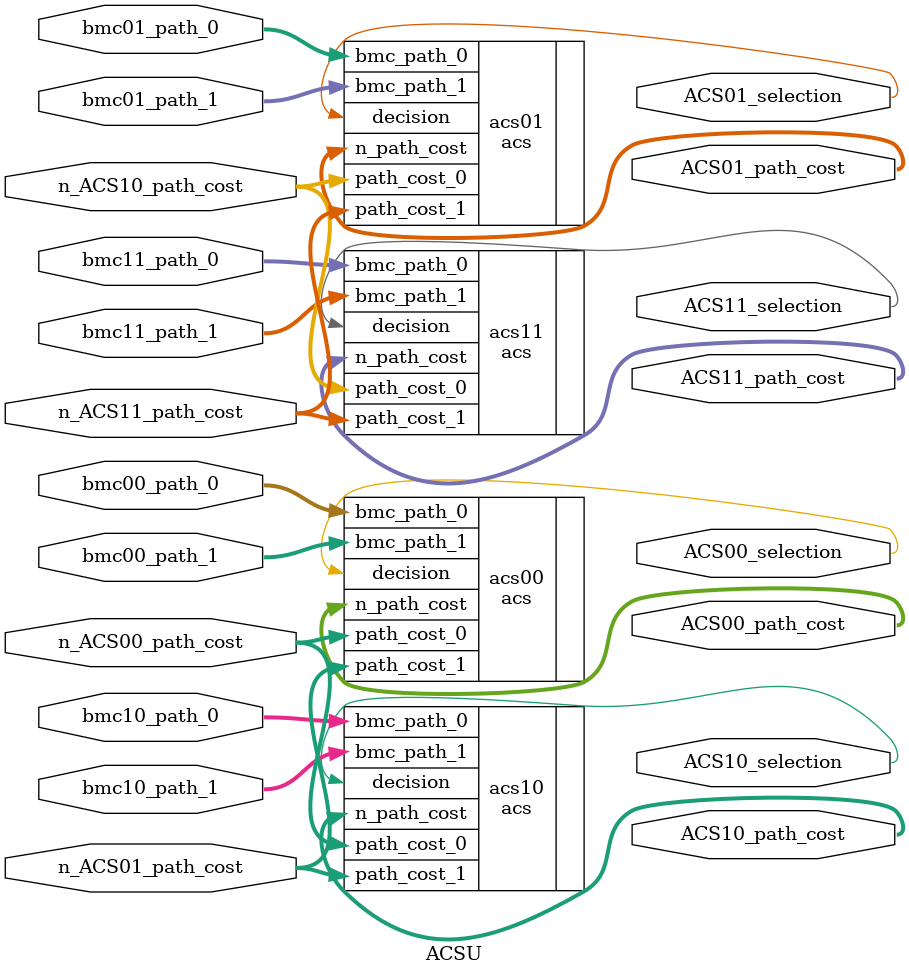
<source format=v>
module ACSU (
    input  [1:0] bmc00_path_0,
    input  [1:0] bmc00_path_1,
    input  [1:0] bmc01_path_0,
    input  [1:0] bmc01_path_1,
    input  [1:0] bmc10_path_0,
    input  [1:0] bmc10_path_1,
    input  [1:0] bmc11_path_0,
    input  [1:0] bmc11_path_1,
    input  [3:0] n_ACS00_path_cost,
    input  [3:0] n_ACS01_path_cost,
    input  [3:0] n_ACS10_path_cost,
    input  [3:0] n_ACS11_path_cost,
    output [3:0] ACS00_path_cost,
    output [3:0] ACS01_path_cost,
    output [3:0] ACS10_path_cost,
    output [3:0] ACS11_path_cost,
    output ACS00_selection,
    output ACS01_selection,
    output ACS10_selection,
    output ACS11_selection
);

    // ACS cho state 00
    acs acs00 (
        .path_cost_0 (n_ACS00_path_cost),
        .path_cost_1 (n_ACS01_path_cost), 
        .bmc_path_0  (bmc00_path_0),
        .bmc_path_1  (bmc00_path_1),
        .n_path_cost (ACS00_path_cost),
        .decision    (ACS00_selection)
    );

    // ACS cho state 01
    acs acs01 (
        .path_cost_0 (n_ACS10_path_cost), 
        .path_cost_1 (n_ACS11_path_cost), 
        .bmc_path_0  (bmc01_path_0),
        .bmc_path_1  (bmc01_path_1),
        .n_path_cost (ACS01_path_cost),
        .decision    (ACS01_selection)
    );

    // ACS cho state 10
    acs acs10 (
        .path_cost_0 (n_ACS00_path_cost),
        .path_cost_1 (n_ACS01_path_cost), 
        .bmc_path_0  (bmc10_path_0),
        .bmc_path_1  (bmc10_path_1),
        .n_path_cost (ACS10_path_cost),
        .decision    (ACS10_selection)
    );

    // ACS cho state 11
    acs acs11 (
        .path_cost_0 (n_ACS10_path_cost),
        .path_cost_1 (n_ACS11_path_cost), 
        .bmc_path_0  (bmc11_path_0),
        .bmc_path_1  (bmc11_path_1),
        .n_path_cost (ACS11_path_cost),
        .decision    (ACS11_selection)
    );

endmodule
</source>
